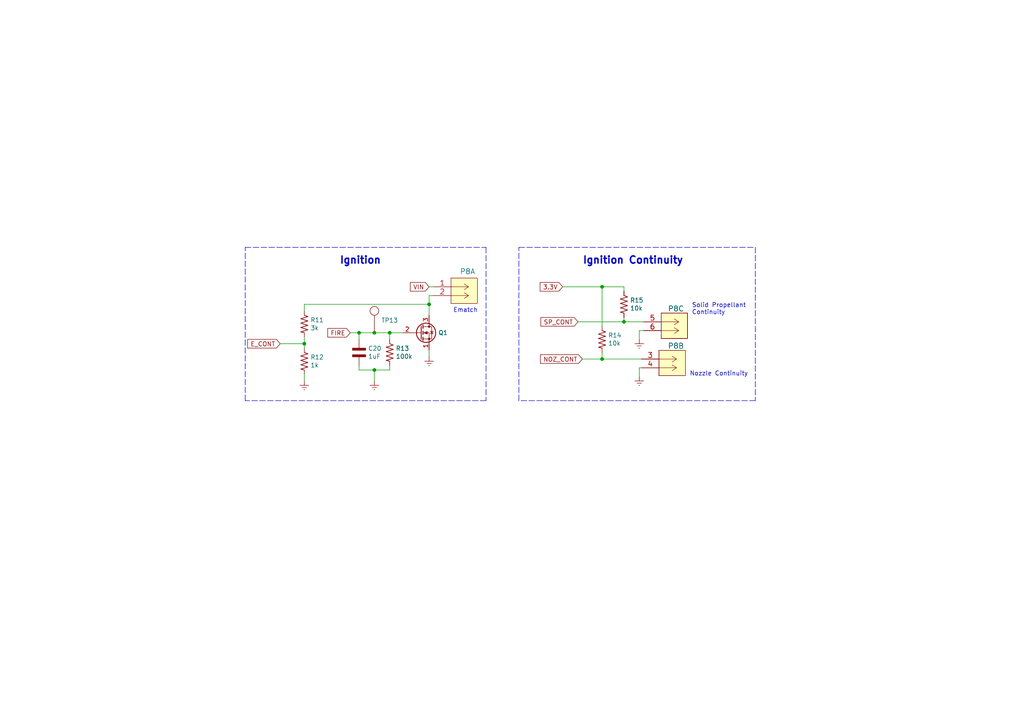
<source format=kicad_sch>
(kicad_sch (version 20211123) (generator eeschema)
  (paper "A4")
  (title_block (title "Ignition System") (date "2021-11-06") (company "Sun Devil Rocketry"))
  (lib_symbols
    (symbol "Engine-Controller:CAP_0603" (pin_numbers hide) (pin_names (offset 1.016) hide)
      (property "Reference" "C" (at -1.27 3.81 0))
      (property "Value" "Engine-Controller_CAP_0603" (at -3.81 -3.81 0))
      (symbol "CAP_0603_0_0"
        (rectangle (start -1.27 -1.905) (end -0.635 1.905) (fill (type outline)))
        (rectangle (start 0.635 -1.905) (end 1.27 1.905) (fill (type outline)))
        (pin passive line (at 3.81 0 180) (length 2.54) (name "~") (number "1"))
        (pin passive line (at -3.81 0 0) (length 2.54) (name "~") (number "2"))
      )
    )
    (symbol "Engine-Controller:Earth" (power) (pin_names (offset 0))
      (symbol "Earth_0_1"
        (polyline (pts (xy -0.635 -1.905) (xy 0.635 -1.905)))
        (polyline (pts (xy -0.127 -2.54) (xy 0.127 -2.54)))
        (polyline (pts (xy 0 -1.27) (xy 0 0)))
        (polyline (pts (xy 1.27 -1.27) (xy -1.27 -1.27)))
      )
      (symbol "Earth_1_1"
        (pin power_in line (at 0 0 270) (length 0) hide (name "Earth") (number "1"))
      )
    )
    (symbol "Engine-Controller:IgnitionScrewTerminal" (pin_names (offset 0.254) hide)
      (property "Reference" "P" (at 8.89 6.35 0))
      (property "Value" "IgnitionScrewTerminal" (at 5.08 -27.94 0))
      (symbol "IgnitionScrewTerminal_0_1"
        (rectangle (start 5.08 2.54) (end 12.7 -4.826) (stroke (width 0.1524)) (fill (type background)))
      )
      (symbol "IgnitionScrewTerminal_1_1"
        (polyline (pts (xy 10.16 -2.54) (xy 5.08 -2.54)) (stroke (width 0.127)))
        (polyline (pts (xy 10.16 -2.54) (xy 8.89 -3.3782)) (stroke (width 0.127)))
        (polyline (pts (xy 10.16 -2.54) (xy 8.89 -1.7018)) (stroke (width 0.127)))
        (polyline (pts (xy 10.16 0) (xy 5.08 0)) (stroke (width 0.127)))
        (polyline (pts (xy 10.16 0) (xy 8.89 -0.8382)) (stroke (width 0.127)))
        (polyline (pts (xy 10.16 0) (xy 8.89 0.8382)) (stroke (width 0.127)))
        (pin passive line (at 0 0 0) (length 5.08) (name "5") (number "1"))
        (pin passive line (at 0 -2.54 0) (length 5.08) (name "6") (number "2"))
      )
      (symbol "IgnitionScrewTerminal_2_1"
        (polyline (pts (xy 5.08 2.54) (xy 5.08 -4.826)) (stroke (width 0.127)))
        (polyline (pts (xy 10.16 -2.54) (xy 5.08 -2.54)) (stroke (width 0.127)))
        (polyline (pts (xy 10.16 -2.54) (xy 8.89 -3.3782)) (stroke (width 0.127)))
        (polyline (pts (xy 10.16 -2.54) (xy 8.89 -1.7018)) (stroke (width 0.127)))
        (polyline (pts (xy 10.16 0) (xy 5.08 0)) (stroke (width 0.127)))
        (polyline (pts (xy 10.16 0) (xy 8.89 -0.8382)) (stroke (width 0.127)))
        (polyline (pts (xy 10.16 0) (xy 8.89 0.8382)) (stroke (width 0.127)))
        (polyline (pts (xy 12.7 -4.826) (xy 12.7 2.54)) (stroke (width 0.127)))
        (polyline (pts (xy 12.7 2.54) (xy 5.08 2.54)) (stroke (width 0.127)))
        (polyline (pts (xy 5.08 -4.826) (xy 8.382 -4.826) (xy 12.7 -4.826)) (stroke (width 0.127)))
        (pin passive line (at 0 0 0) (length 5.08) (name "5") (number "3"))
        (pin passive line (at 0 -2.54 0) (length 5.08) (name "6") (number "4"))
      )
      (symbol "IgnitionScrewTerminal_3_1"
        (polyline (pts (xy 5.08 2.54) (xy 5.08 -4.826)) (stroke (width 0.127)))
        (polyline (pts (xy 10.16 -2.54) (xy 5.08 -2.54)) (stroke (width 0.127)))
        (polyline (pts (xy 10.16 -2.54) (xy 8.89 -3.3782)) (stroke (width 0.127)))
        (polyline (pts (xy 10.16 -2.54) (xy 8.89 -1.7018)) (stroke (width 0.127)))
        (polyline (pts (xy 10.16 0) (xy 5.08 0)) (stroke (width 0.127)))
        (polyline (pts (xy 10.16 0) (xy 8.89 -0.8382)) (stroke (width 0.127)))
        (polyline (pts (xy 10.16 0) (xy 8.89 0.8382)) (stroke (width 0.127)))
        (polyline (pts (xy 12.7 -4.826) (xy 12.7 2.54)) (stroke (width 0.127)))
        (polyline (pts (xy 12.7 2.54) (xy 5.08 2.54)) (stroke (width 0.127)))
        (polyline (pts (xy 5.08 -4.826) (xy 8.382 -4.826) (xy 12.7 -4.826)) (stroke (width 0.127)))
        (pin passive line (at 0 0 0) (length 5.08) (name "5") (number "5"))
        (pin passive line (at 0 -2.54 0) (length 5.08) (name "6") (number "6"))
      )
    )
    (symbol "Engine-Controller:QS5U17TR" (pin_names hide)
      (property "Reference" "Q" (at 5.08 1.905 0))
      (property "Value" "Engine-Controller_QS5U17TR" (at 5.08 0 0))
      (symbol "QS5U17TR_0_1"
        (polyline (pts (xy 0.254 0) (xy -2.54 0)))
        (polyline (pts (xy 0.254 1.905) (xy 0.254 -1.905)) (stroke (width 0.254)))
        (polyline (pts (xy 0.762 -1.27) (xy 0.762 -2.286)) (stroke (width 0.254)))
        (polyline (pts (xy 0.762 0.508) (xy 0.762 -0.508)) (stroke (width 0.254)))
        (polyline (pts (xy 0.762 2.286) (xy 0.762 1.27)) (stroke (width 0.254)))
        (polyline (pts (xy 2.54 2.54) (xy 2.54 1.778)))
        (polyline (pts (xy 2.54 -2.54) (xy 2.54 0) (xy 0.762 0)))
        (polyline (pts (xy 0.762 -1.778) (xy 3.302 -1.778) (xy 3.302 1.778) (xy 0.762 1.778)))
        (polyline (pts (xy 1.016 0) (xy 2.032 0.381) (xy 2.032 -0.381) (xy 1.016 0)) (fill (type outline)))
        (polyline (pts (xy 2.794 0.508) (xy 2.921 0.381) (xy 3.683 0.381) (xy 3.81 0.254)))
        (polyline (pts (xy 3.302 0.381) (xy 2.921 -0.254) (xy 3.683 -0.254) (xy 3.302 0.381)))
        (circle (center 1.651 0) (radius 2.794) (stroke (width 0.254)))
        (circle (center 2.54 -1.778) (radius 0.254) (fill (type outline)))
        (circle (center 2.54 1.778) (radius 0.254) (fill (type outline)))
      )
      (symbol "QS5U17TR_1_1"
        (pin passive line (at 2.54 -5.08 90) (length 2.54) (name "S") (number "1"))
        (pin input line (at -5.08 0 0) (length 2.54) (name "G") (number "2"))
        (pin passive line (at 2.54 5.08 270) (length 2.54) (name "D") (number "3"))
      )
    )
    (symbol "Engine-Controller:RES_0603" (pin_numbers hide) (pin_names (offset 1.016) hide)
      (property "Reference" "R" (at -1.27 1.27 0))
      (property "Value" "Engine-Controller_RES_0603" (at -3.81 -2.54 0))
      (symbol "RES_0603_0_0"
        (polyline (pts (xy -2.54 0) (xy -2.159 1.016)) (stroke (width 0.2032)))
        (polyline (pts (xy -2.159 1.016) (xy -1.524 -1.016)) (stroke (width 0.2032)))
        (polyline (pts (xy -1.524 -1.016) (xy -0.889 1.016)) (stroke (width 0.2032)))
        (polyline (pts (xy -0.889 1.016) (xy -0.254 -1.016)) (stroke (width 0.2032)))
        (polyline (pts (xy -0.254 -1.016) (xy 0.381 1.016)) (stroke (width 0.2032)))
        (polyline (pts (xy 0.381 1.016) (xy 1.016 -1.016)) (stroke (width 0.2032)))
        (polyline (pts (xy 1.016 -1.016) (xy 1.651 1.016)) (stroke (width 0.2032)))
        (polyline (pts (xy 1.651 1.016) (xy 2.286 -1.016)) (stroke (width 0.2032)))
        (polyline (pts (xy 2.286 -1.016) (xy 2.54 0)) (stroke (width 0.2032)))
        (pin passive line (at -3.81 0 0) (length 1.27) (name "~") (number "1"))
        (pin passive line (at 3.81 0 180) (length 1.27) (name "~") (number "2"))
      )
    )
    (symbol "Engine-Controller:TP" (pin_numbers hide) (pin_names (offset 1.016) hide)
      (property "Reference" "TP" (at 0 8.89 0))
      (property "Value" "Engine-Controller_TP" (at 0 8.89 0))
      (symbol "TP_0_1"
        (circle (center 0 6.35) (radius 1.27))
      )
      (symbol "TP_1_1"
        (pin passive line (at 0 0 90) (length 5.08) (name "~") (number "1"))
      )
    )
    (symbol "IgnitionScrewTerminal_1" (pin_names (offset 0.254) hide)
      (property "Reference" "P" (at 8.89 6.35 0))
      (property "Value" "IgnitionScrewTerminal_1" (at 5.08 -27.94 0))
      (symbol "IgnitionScrewTerminal_1_0_1"
        (rectangle (start 5.08 2.54) (end 12.7 -4.826) (stroke (width 0.1524)) (fill (type background)))
      )
      (symbol "IgnitionScrewTerminal_1_1_1"
        (polyline (pts (xy 10.16 -2.54) (xy 5.08 -2.54)) (stroke (width 0.127)))
        (polyline (pts (xy 10.16 -2.54) (xy 8.89 -3.3782)) (stroke (width 0.127)))
        (polyline (pts (xy 10.16 -2.54) (xy 8.89 -1.7018)) (stroke (width 0.127)))
        (polyline (pts (xy 10.16 0) (xy 5.08 0)) (stroke (width 0.127)))
        (polyline (pts (xy 10.16 0) (xy 8.89 -0.8382)) (stroke (width 0.127)))
        (polyline (pts (xy 10.16 0) (xy 8.89 0.8382)) (stroke (width 0.127)))
        (pin passive line (at 0 0 0) (length 5.08) (name "5") (number "1"))
        (pin passive line (at 0 -2.54 0) (length 5.08) (name "6") (number "2"))
      )
      (symbol "IgnitionScrewTerminal_1_2_1"
        (polyline (pts (xy 5.08 2.54) (xy 5.08 -4.826)) (stroke (width 0.127)))
        (polyline (pts (xy 10.16 -2.54) (xy 5.08 -2.54)) (stroke (width 0.127)))
        (polyline (pts (xy 10.16 -2.54) (xy 8.89 -3.3782)) (stroke (width 0.127)))
        (polyline (pts (xy 10.16 -2.54) (xy 8.89 -1.7018)) (stroke (width 0.127)))
        (polyline (pts (xy 10.16 0) (xy 5.08 0)) (stroke (width 0.127)))
        (polyline (pts (xy 10.16 0) (xy 8.89 -0.8382)) (stroke (width 0.127)))
        (polyline (pts (xy 10.16 0) (xy 8.89 0.8382)) (stroke (width 0.127)))
        (polyline (pts (xy 12.7 -4.826) (xy 12.7 2.54)) (stroke (width 0.127)))
        (polyline (pts (xy 12.7 2.54) (xy 5.08 2.54)) (stroke (width 0.127)))
        (polyline (pts (xy 5.08 -4.826) (xy 8.382 -4.826) (xy 12.7 -4.826)) (stroke (width 0.127)))
        (pin passive line (at 0 0 0) (length 5.08) (name "5") (number "3"))
        (pin passive line (at 0 -2.54 0) (length 5.08) (name "6") (number "4"))
      )
      (symbol "IgnitionScrewTerminal_1_3_1"
        (polyline (pts (xy 5.08 2.54) (xy 5.08 -4.826)) (stroke (width 0.127)))
        (polyline (pts (xy 10.16 -2.54) (xy 5.08 -2.54)) (stroke (width 0.127)))
        (polyline (pts (xy 10.16 -2.54) (xy 8.89 -3.3782)) (stroke (width 0.127)))
        (polyline (pts (xy 10.16 -2.54) (xy 8.89 -1.7018)) (stroke (width 0.127)))
        (polyline (pts (xy 10.16 0) (xy 5.08 0)) (stroke (width 0.127)))
        (polyline (pts (xy 10.16 0) (xy 8.89 -0.8382)) (stroke (width 0.127)))
        (polyline (pts (xy 10.16 0) (xy 8.89 0.8382)) (stroke (width 0.127)))
        (polyline (pts (xy 12.7 -4.826) (xy 12.7 2.54)) (stroke (width 0.127)))
        (polyline (pts (xy 12.7 2.54) (xy 5.08 2.54)) (stroke (width 0.127)))
        (polyline (pts (xy 5.08 -4.826) (xy 8.382 -4.826) (xy 12.7 -4.826)) (stroke (width 0.127)))
        (pin passive line (at 0 0 0) (length 5.08) (name "5") (number "5"))
        (pin passive line (at 0 -2.54 0) (length 5.08) (name "6") (number "6"))
      )
    )
    (symbol "IgnitionScrewTerminal_2" (pin_names (offset 0.254) hide)
      (property "Reference" "P" (at 8.89 6.35 0))
      (property "Value" "IgnitionScrewTerminal_2" (at 5.08 -27.94 0))
      (symbol "IgnitionScrewTerminal_2_0_1"
        (rectangle (start 5.08 2.54) (end 12.7 -4.826) (stroke (width 0.1524)) (fill (type background)))
      )
      (symbol "IgnitionScrewTerminal_2_1_1"
        (polyline (pts (xy 10.16 -2.54) (xy 5.08 -2.54)) (stroke (width 0.127)))
        (polyline (pts (xy 10.16 -2.54) (xy 8.89 -3.3782)) (stroke (width 0.127)))
        (polyline (pts (xy 10.16 -2.54) (xy 8.89 -1.7018)) (stroke (width 0.127)))
        (polyline (pts (xy 10.16 0) (xy 5.08 0)) (stroke (width 0.127)))
        (polyline (pts (xy 10.16 0) (xy 8.89 -0.8382)) (stroke (width 0.127)))
        (polyline (pts (xy 10.16 0) (xy 8.89 0.8382)) (stroke (width 0.127)))
        (pin passive line (at 0 0 0) (length 5.08) (name "5") (number "1"))
        (pin passive line (at 0 -2.54 0) (length 5.08) (name "6") (number "2"))
      )
      (symbol "IgnitionScrewTerminal_2_2_1"
        (polyline (pts (xy 5.08 2.54) (xy 5.08 -4.826)) (stroke (width 0.127)))
        (polyline (pts (xy 10.16 -2.54) (xy 5.08 -2.54)) (stroke (width 0.127)))
        (polyline (pts (xy 10.16 -2.54) (xy 8.89 -3.3782)) (stroke (width 0.127)))
        (polyline (pts (xy 10.16 -2.54) (xy 8.89 -1.7018)) (stroke (width 0.127)))
        (polyline (pts (xy 10.16 0) (xy 5.08 0)) (stroke (width 0.127)))
        (polyline (pts (xy 10.16 0) (xy 8.89 -0.8382)) (stroke (width 0.127)))
        (polyline (pts (xy 10.16 0) (xy 8.89 0.8382)) (stroke (width 0.127)))
        (polyline (pts (xy 12.7 -4.826) (xy 12.7 2.54)) (stroke (width 0.127)))
        (polyline (pts (xy 12.7 2.54) (xy 5.08 2.54)) (stroke (width 0.127)))
        (polyline (pts (xy 5.08 -4.826) (xy 8.382 -4.826) (xy 12.7 -4.826)) (stroke (width 0.127)))
        (pin passive line (at 0 0 0) (length 5.08) (name "5") (number "3"))
        (pin passive line (at 0 -2.54 0) (length 5.08) (name "6") (number "4"))
      )
      (symbol "IgnitionScrewTerminal_2_3_1"
        (polyline (pts (xy 5.08 2.54) (xy 5.08 -4.826)) (stroke (width 0.127)))
        (polyline (pts (xy 10.16 -2.54) (xy 5.08 -2.54)) (stroke (width 0.127)))
        (polyline (pts (xy 10.16 -2.54) (xy 8.89 -3.3782)) (stroke (width 0.127)))
        (polyline (pts (xy 10.16 -2.54) (xy 8.89 -1.7018)) (stroke (width 0.127)))
        (polyline (pts (xy 10.16 0) (xy 5.08 0)) (stroke (width 0.127)))
        (polyline (pts (xy 10.16 0) (xy 8.89 -0.8382)) (stroke (width 0.127)))
        (polyline (pts (xy 10.16 0) (xy 8.89 0.8382)) (stroke (width 0.127)))
        (polyline (pts (xy 12.7 -4.826) (xy 12.7 2.54)) (stroke (width 0.127)))
        (polyline (pts (xy 12.7 2.54) (xy 5.08 2.54)) (stroke (width 0.127)))
        (polyline (pts (xy 5.08 -4.826) (xy 8.382 -4.826) (xy 12.7 -4.826)) (stroke (width 0.127)))
        (pin passive line (at 0 0 0) (length 5.08) (name "5") (number "5"))
        (pin passive line (at 0 -2.54 0) (length 5.08) (name "6") (number "6"))
      )
    )
  )
  (junction (at 174.625 83.185))
  (junction (at 180.975 93.345))
  (junction (at 174.625 104.14))
  (junction (at 124.46 88.265))
  (junction (at 88.265 99.695))
  (junction (at 113.03 96.52))
  (junction (at 104.14 96.52))
  (junction (at 108.585 96.52))
  (junction (at 108.585 107.315))
  (wire (pts (xy 174.625 94.615) (xy 174.625 83.185)))
  (wire (pts (xy 113.03 96.52) (xy 108.585 96.52)))
  (wire (pts (xy 124.46 91.44) (xy 124.46 88.265)))
  (wire (pts (xy 88.265 100.965) (xy 88.265 99.695)))
  (wire (pts (xy 185.42 106.68) (xy 186.055 106.68)))
  (polyline (pts (xy 71.12 71.755) (xy 140.97 71.755)))
  (wire (pts (xy 88.265 110.49) (xy 88.265 108.585)))
  (wire (pts (xy 113.03 96.52) (xy 113.03 98.425)))
  (wire (pts (xy 104.14 106.045) (xy 104.14 107.315)))
  (wire (pts (xy 104.14 96.52) (xy 101.6 96.52)))
  (wire (pts (xy 113.03 107.315) (xy 113.03 106.045)))
  (wire (pts (xy 108.585 107.315) (xy 108.585 110.49)))
  (wire (pts (xy 104.14 98.425) (xy 104.14 96.52)))
  (wire (pts (xy 167.64 93.345) (xy 180.975 93.345)))
  (polyline (pts (xy 71.12 116.205) (xy 71.12 71.755)))
  (wire (pts (xy 174.625 104.14) (xy 168.91 104.14)))
  (polyline (pts (xy 140.97 71.755) (xy 140.97 116.205)))
  (wire (pts (xy 185.42 109.22) (xy 185.42 106.68)))
  (wire (pts (xy 88.265 88.265) (xy 124.46 88.265)))
  (wire (pts (xy 116.84 96.52) (xy 113.03 96.52)))
  (wire (pts (xy 108.585 107.315) (xy 113.03 107.315)))
  (wire (pts (xy 180.975 84.455) (xy 180.975 83.185)))
  (polyline (pts (xy 219.075 71.755) (xy 219.075 116.205)))
  (wire (pts (xy 88.265 90.17) (xy 88.265 88.265)))
  (wire (pts (xy 180.975 83.185) (xy 174.625 83.185)))
  (polyline (pts (xy 150.495 71.755) (xy 219.075 71.755)))
  (polyline (pts (xy 150.495 116.205) (xy 150.495 71.755)))
  (polyline (pts (xy 140.97 116.205) (xy 71.12 116.205)))
  (wire (pts (xy 108.585 96.52) (xy 104.14 96.52)))
  (wire (pts (xy 124.46 103.505) (xy 124.46 101.6)))
  (wire (pts (xy 124.46 88.265) (xy 124.46 85.725)))
  (wire (pts (xy 186.055 104.14) (xy 174.625 104.14)))
  (wire (pts (xy 180.975 92.075) (xy 180.975 93.345)))
  (wire (pts (xy 104.14 107.315) (xy 108.585 107.315)))
  (polyline (pts (xy 219.075 116.205) (xy 150.495 116.205)))
  (wire (pts (xy 88.265 99.695) (xy 88.265 97.79)))
  (wire (pts (xy 174.625 83.185) (xy 163.195 83.185)))
  (wire (pts (xy 180.975 93.345) (xy 186.69 93.345)))
  (wire (pts (xy 124.46 85.725) (xy 125.73 85.725)))
  (wire (pts (xy 124.46 83.185) (xy 125.73 83.185)))
  (wire (pts (xy 81.28 99.695) (xy 88.265 99.695)))
  (wire (pts (xy 174.625 104.14) (xy 174.625 102.235)))
  (wire (pts (xy 186.69 95.885) (xy 185.42 95.885)))
  (wire (pts (xy 185.42 95.885) (xy 185.42 98.425)))
  (text "Ematch\n" (at 131.445 90.805 0) (effects (font (size 1.27 1.27)) (justify left bottom)))
  (text "Ignition Continuity" (at 168.91 76.835 0) (effects (font (size 2.08 2.08) (thickness 0.416) bold) (justify left bottom)))
  (text "Solid Propellant\nContinuity\n" (at 200.66 91.44 0) (effects (font (size 1.27 1.27)) (justify left bottom)))
  (text "Ignition" (at 98.425 76.835 0) (effects (font (size 2.08 2.08) (thickness 0.416) bold) (justify left bottom)))
  (text "Nozzle Continuity\n" (at 200.025 109.22 0) (effects (font (size 1.27 1.27)) (justify left bottom)))
  (global_label "3.3V" (shape input) (at 163.195 83.185 180) (property "Intersheet References" "${INTERSHEET_REFS}" (effects hide)))
  (global_label "SP_CONT" (shape input) (at 167.64 93.345 180) (property "Intersheet References" "${INTERSHEET_REFS}" (effects hide)))
  (global_label "FIRE" (shape input) (at 101.6 96.52 180) (property "Intersheet References" "${INTERSHEET_REFS}" (effects hide)))
  (global_label "VIN" (shape input) (at 124.46 83.185 180) (property "Intersheet References" "${INTERSHEET_REFS}" (effects hide)))
  (global_label "E_CONT" (shape input) (at 81.28 99.695 180) (property "Intersheet References" "${INTERSHEET_REFS}" (effects hide)))
  (global_label "NOZ_CONT" (shape input) (at 168.91 104.14 180) (property "Intersheet References" "${INTERSHEET_REFS}" (effects hide)))
  (symbol (lib_id "Engine-Controller:RES_0603") (at 113.03 102.235 270) (unit 1)
    (property "Reference" "R13" (at 114.7826 101.0666 90) (effects (justify left)))
    (property "Value" "100k" (at 114.7826 103.378 90) (effects (justify left)))
    (property "Footprint" "Engine-Controller:RES_0603" (effects hide))
  )
  (symbol (lib_id "Engine-Controller:RES_0603") (at 180.975 88.265 270) (unit 1)
    (property "Reference" "R15" (at 182.7276 87.0966 90) (effects (justify left)))
    (property "Value" "10k" (at 182.7276 89.408 90) (effects (justify left)))
    (property "Footprint" "Engine-Controller:RES_0603" (effects hide))
  )
  (symbol (lib_id "Engine-Controller:RES_0603") (at 174.625 98.425 270) (unit 1)
    (property "Reference" "R14" (at 176.3776 97.2566 90) (effects (justify left)))
    (property "Value" "10k" (at 176.3776 99.568 90) (effects (justify left)))
    (property "Footprint" "Engine-Controller:RES_0603" (effects hide))
  )
  (symbol (lib_id "Engine-Controller:RES_0603") (at 88.265 104.775 270) (unit 1)
    (property "Reference" "R12" (at 90.0176 103.6066 90) (effects (justify left)))
    (property "Value" "1k" (at 90.0176 105.918 90) (effects (justify left)))
    (property "Footprint" "Engine-Controller:RES_0603" (effects hide))
  )
  (symbol (lib_id "Engine-Controller:RES_0603") (at 88.265 93.98 270) (unit 1)
    (property "Reference" "R11" (at 90.0176 92.8116 90) (effects (justify left)))
    (property "Value" "3k" (at 90.0176 95.123 90) (effects (justify left)))
    (property "Footprint" "Engine-Controller:RES_0603" (effects hide))
  )
  (symbol (lib_name "IgnitionScrewTerminal_1") (lib_id "Engine-Controller:IgnitionScrewTerminal") (at 125.73 83.185 0) (unit 1)
    (property "Reference" "P8" (at 133.35 78.74 0) (effects (font (size 1.524 1.524)) (justify left)))
    (property "Value" "Solid Prop Cont" (effects hide))
    (property "Footprint" "Engine-Controller:TE_282837-6" (effects hide))
  )
  (symbol (lib_name "IgnitionScrewTerminal_2") (lib_id "Engine-Controller:IgnitionScrewTerminal") (at 186.69 93.345 0) (unit 3)
    (property "Reference" "P8" (at 193.675 89.535 0) (effects (font (size 1.524 1.524)) (justify left)))
    (property "Value" "Solid Prop Cont" (effects hide))
    (property "Footprint" "Engine-Controller:TE_282837-6" (effects hide))
  )
  (symbol (lib_id "Engine-Controller:IgnitionScrewTerminal") (at 186.055 104.14 0) (unit 2)
    (property "Reference" "P8" (at 193.675 100.33 0) (effects (font (size 1.524 1.524)) (justify left)))
    (property "Value" "Solid Prop Cont" (effects hide))
    (property "Footprint" "66953-005LF_AMP" (effects hide))
  )
  (symbol (lib_id "Engine-Controller:QS5U17TR") (at 121.92 96.52 0) (unit 1)
    (property "Reference" "Q1" (at 127.127 96.52 0) (effects (justify left)))
    (property "Value" "QS5U17TR" (effects hide))
    (property "Footprint" "Engine-Controller:QS5U17TR" (effects hide))
    (property "Datasheet" "https://www.onsemi.com/pub/Collateral/NDS7002A-D.PDF" (effects hide))
  )
  (symbol (lib_id "Engine-Controller:CAP_0603") (at 104.14 102.235 270) (unit 1)
    (property "Reference" "C20" (at 106.7562 101.0666 90) (effects (justify left)))
    (property "Value" "1uF" (at 106.7562 103.378 90) (effects (justify left)))
    (property "Footprint" "Engine-Controller:CAP_0603" (effects hide))
  )
  (symbol (lib_id "Engine-Controller:Earth") (at 124.46 103.505 0) (unit 1)
    (property "Reference" "#PWR0111" (effects hide))
    (property "Value" "Earth" (effects hide))
  )
  (symbol (lib_id "Engine-Controller:Earth") (at 108.585 110.49 0) (unit 1)
    (property "Reference" "#PWR0113" (effects hide))
    (property "Value" "Earth" (effects hide))
  )
  (symbol (lib_id "Engine-Controller:Earth") (at 185.42 98.425 0) (unit 1)
    (property "Reference" "#PWR0114" (effects hide))
    (property "Value" "Earth" (effects hide))
  )
  (symbol (lib_id "Engine-Controller:Earth") (at 185.42 109.22 0) (unit 1)
    (property "Reference" "#PWR0115" (effects hide))
    (property "Value" "Earth" (effects hide))
  )
  (symbol (lib_id "Engine-Controller:Earth") (at 88.265 110.49 0) (unit 1)
    (property "Reference" "#PWR0116" (effects hide))
    (property "Value" "Earth" (effects hide))
  )
  (symbol (lib_id "Engine-Controller:TP") (at 108.585 96.52 0) (unit 1)
    (property "Reference" "TP13" (at 110.5662 92.9132 0) (effects (justify left)))
    (property "Value" "TP" (effects hide))
    (property "Footprint" "Engine-Controller:TP" (effects hide))
  )
)
</source>
